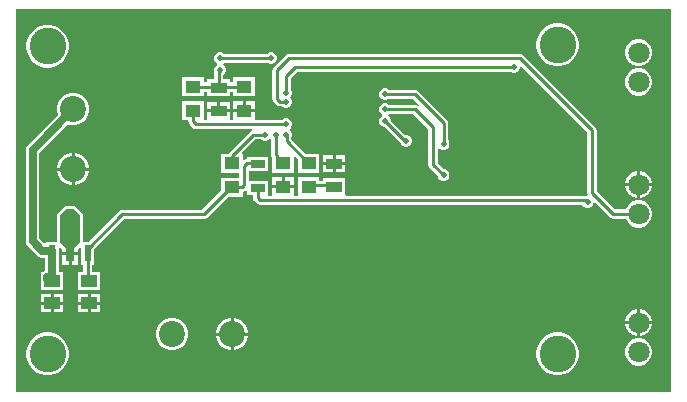
<source format=gbl>
G04*
G04 #@! TF.GenerationSoftware,Altium Limited,Altium Designer,22.1.2 (22)*
G04*
G04 Layer_Physical_Order=2*
G04 Layer_Color=16711680*
%FSLAX44Y44*%
%MOMM*%
G71*
G04*
G04 #@! TF.SameCoordinates,4243E080-38CA-47FB-8023-FD6126139483*
G04*
G04*
G04 #@! TF.FilePolarity,Positive*
G04*
G01*
G75*
%ADD15R,1.3000X1.1000*%
%ADD45C,0.6350*%
%ADD46C,0.2540*%
%ADD49C,1.8000*%
%ADD50C,2.2000*%
%ADD51C,3.1000*%
%ADD52C,0.5000*%
%ADD53R,1.4000X0.9000*%
%ADD54R,1.3000X0.7000*%
%ADD55R,1.4000X1.0000*%
%ADD56R,0.6000X1.4000*%
%ADD57R,0.8000X1.4750*%
G36*
X557225Y2845D02*
X2845D01*
Y327155D01*
X557225D01*
Y2845D01*
D02*
G37*
%LPC*%
G36*
X219443Y290790D02*
X217437D01*
X215585Y290023D01*
X215197Y289635D01*
X178503D01*
X178115Y290023D01*
X176262Y290790D01*
X174258D01*
X172405Y290023D01*
X170987Y288605D01*
X170220Y286752D01*
Y284748D01*
X170987Y282895D01*
X172405Y281477D01*
X172695Y281357D01*
Y279983D01*
X172405Y279863D01*
X170987Y278445D01*
X170220Y276593D01*
Y274587D01*
X170268Y274472D01*
X170105Y273654D01*
Y267978D01*
X164450D01*
Y265345D01*
X161440D01*
Y269500D01*
X143360D01*
Y253420D01*
X161440D01*
Y257575D01*
X164450D01*
Y253898D01*
X183530D01*
Y257597D01*
X186540D01*
Y253420D01*
X204620D01*
Y269500D01*
X186540D01*
Y265367D01*
X183530D01*
Y267978D01*
X177875D01*
Y271218D01*
X178115Y271317D01*
X179533Y272735D01*
X180300Y274587D01*
Y276593D01*
X179533Y278445D01*
X178210Y279767D01*
X178122Y280749D01*
X178125Y281156D01*
X178885Y281865D01*
X215197D01*
X215585Y281477D01*
X217437Y280710D01*
X219443D01*
X221295Y281477D01*
X222713Y282895D01*
X223480Y284748D01*
Y286752D01*
X222713Y288605D01*
X221295Y290023D01*
X219443Y290790D01*
D02*
G37*
G36*
X462787Y315220D02*
X459233D01*
X455748Y314527D01*
X452465Y313167D01*
X449510Y311193D01*
X446997Y308680D01*
X445023Y305725D01*
X443663Y302442D01*
X442970Y298957D01*
Y295403D01*
X443663Y291918D01*
X445023Y288635D01*
X446997Y285680D01*
X449510Y283167D01*
X452465Y281193D01*
X455748Y279833D01*
X459233Y279140D01*
X462787D01*
X466272Y279833D01*
X469555Y281193D01*
X472510Y283167D01*
X475023Y285680D01*
X476997Y288635D01*
X478357Y291918D01*
X479050Y295403D01*
Y298957D01*
X478357Y302442D01*
X476997Y305725D01*
X475023Y308680D01*
X472510Y311193D01*
X469555Y313167D01*
X466272Y314527D01*
X462787Y315220D01*
D02*
G37*
G36*
X531109Y302170D02*
X528071D01*
X525136Y301383D01*
X522504Y299864D01*
X520356Y297716D01*
X518837Y295084D01*
X518050Y292149D01*
Y289111D01*
X518837Y286176D01*
X520356Y283544D01*
X522504Y281396D01*
X525136Y279876D01*
X528071Y279090D01*
X531109D01*
X534044Y279876D01*
X536676Y281396D01*
X538824Y283544D01*
X540344Y286176D01*
X541130Y289111D01*
Y292149D01*
X540344Y295084D01*
X538824Y297716D01*
X536676Y299864D01*
X534044Y301383D01*
X531109Y302170D01*
D02*
G37*
G36*
X30987Y313950D02*
X27433D01*
X23948Y313257D01*
X20665Y311897D01*
X17710Y309923D01*
X15197Y307410D01*
X13223Y304455D01*
X11863Y301172D01*
X11170Y297687D01*
Y294133D01*
X11863Y290648D01*
X13223Y287365D01*
X15197Y284410D01*
X17710Y281897D01*
X20665Y279923D01*
X23948Y278563D01*
X27433Y277870D01*
X30987D01*
X34472Y278563D01*
X37755Y279923D01*
X40710Y281897D01*
X43223Y284410D01*
X45197Y287365D01*
X46557Y290648D01*
X47250Y294133D01*
Y297687D01*
X46557Y301172D01*
X45197Y304455D01*
X43223Y307410D01*
X40710Y309923D01*
X37755Y311897D01*
X34472Y313257D01*
X30987Y313950D01*
D02*
G37*
G36*
X531109Y277170D02*
X528071D01*
X525136Y276383D01*
X522504Y274864D01*
X520356Y272716D01*
X518837Y270084D01*
X518050Y267149D01*
Y264111D01*
X518837Y261176D01*
X520356Y258544D01*
X522504Y256396D01*
X525136Y254876D01*
X528071Y254090D01*
X531109D01*
X534044Y254876D01*
X536676Y256396D01*
X538824Y258544D01*
X540344Y261176D01*
X541130Y264111D01*
Y267149D01*
X540344Y270084D01*
X538824Y272716D01*
X536676Y274864D01*
X534044Y276383D01*
X531109Y277170D01*
D02*
G37*
G36*
X315963Y260310D02*
X313958D01*
X312105Y259543D01*
X310687Y258125D01*
X310152Y256833D01*
X310101Y256757D01*
X310083Y256666D01*
X309920Y256273D01*
Y255846D01*
X309805Y255270D01*
X309920Y254694D01*
Y254268D01*
X310083Y253874D01*
X310101Y253783D01*
X310152Y253707D01*
X310687Y252415D01*
X312105Y250997D01*
X313958Y250230D01*
X315963D01*
X317815Y250997D01*
X318203Y251385D01*
X338751D01*
X343665Y246471D01*
X342855Y245485D01*
X341847Y246159D01*
X340360Y246455D01*
X318203D01*
X317815Y246843D01*
X315963Y247610D01*
X313958D01*
X312105Y246843D01*
X310687Y245425D01*
X309920Y243573D01*
Y241567D01*
X310687Y239715D01*
X312105Y238297D01*
X312395Y238177D01*
Y236803D01*
X312105Y236683D01*
X310687Y235265D01*
X309920Y233412D01*
Y231408D01*
X310687Y229555D01*
X312105Y228137D01*
X313958Y227370D01*
X314506D01*
X328210Y213666D01*
X328467Y213045D01*
X329885Y211627D01*
X331738Y210860D01*
X333742D01*
X335595Y211627D01*
X337013Y213045D01*
X337780Y214897D01*
Y216903D01*
X337013Y218755D01*
X335595Y220173D01*
X333742Y220940D01*
X331924D01*
X320000Y232864D01*
Y233412D01*
X319233Y235265D01*
X317910Y236587D01*
X317822Y237569D01*
X317825Y237976D01*
X318585Y238685D01*
X338751D01*
X351715Y225721D01*
Y195580D01*
X352011Y194093D01*
X352853Y192833D01*
X359450Y186236D01*
Y185688D01*
X360217Y183835D01*
X361635Y182417D01*
X363488Y181650D01*
X365493D01*
X367345Y182417D01*
X368763Y183835D01*
X369530Y185688D01*
Y187693D01*
X368763Y189545D01*
X367345Y190963D01*
X365493Y191730D01*
X364944D01*
X359485Y197189D01*
Y209442D01*
X360755Y209968D01*
X361635Y209087D01*
X363488Y208320D01*
X365493D01*
X367345Y209087D01*
X368763Y210505D01*
X369530Y212358D01*
Y214363D01*
X368763Y216215D01*
X368375Y216603D01*
Y231140D01*
X368079Y232627D01*
X367237Y233887D01*
X343107Y258017D01*
X341847Y258859D01*
X340360Y259155D01*
X318203D01*
X317815Y259543D01*
X315963Y260310D01*
D02*
G37*
G36*
X204620Y249500D02*
X196850D01*
Y242730D01*
X204620D01*
Y249500D01*
D02*
G37*
G36*
X194310D02*
X186540D01*
Y242730D01*
X194310D01*
Y249500D01*
D02*
G37*
G36*
X183530Y248478D02*
X175260D01*
Y242708D01*
X183530D01*
Y248478D01*
D02*
G37*
G36*
X172720D02*
X164450D01*
Y242708D01*
X172720D01*
Y248478D01*
D02*
G37*
G36*
X281320Y203480D02*
X273050D01*
Y197710D01*
X281320D01*
Y203480D01*
D02*
G37*
G36*
X270510D02*
X262240D01*
Y197710D01*
X270510D01*
Y203480D01*
D02*
G37*
G36*
X52583Y205310D02*
X52070D01*
Y193040D01*
X64340D01*
Y193553D01*
X63417Y196996D01*
X61635Y200084D01*
X59114Y202605D01*
X56026Y204387D01*
X52583Y205310D01*
D02*
G37*
G36*
X49530D02*
X49017D01*
X45574Y204387D01*
X42486Y202605D01*
X39965Y200084D01*
X38183Y196996D01*
X37260Y193553D01*
Y193040D01*
X49530D01*
Y205310D01*
D02*
G37*
G36*
X281320Y195170D02*
X273050D01*
Y189400D01*
X281320D01*
Y195170D01*
D02*
G37*
G36*
X270510D02*
X262240D01*
Y189400D01*
X270510D01*
Y195170D01*
D02*
G37*
G36*
X429260Y289635D02*
X233680D01*
X232193Y289339D01*
X230933Y288497D01*
X220773Y278337D01*
X219931Y277077D01*
X219635Y275590D01*
Y251460D01*
X219931Y249973D01*
X220773Y248713D01*
X223313Y246173D01*
X224573Y245331D01*
X226060Y245035D01*
X227897D01*
X228285Y244647D01*
X230138Y243880D01*
X232143D01*
X233995Y244647D01*
X235413Y246065D01*
X236180Y247917D01*
Y249923D01*
X235413Y251775D01*
X234458Y252730D01*
X235413Y253685D01*
X236180Y255537D01*
Y257542D01*
X235413Y259395D01*
X235025Y259783D01*
Y268901D01*
X240369Y274245D01*
X420937D01*
X421325Y273857D01*
X423177Y273090D01*
X425182D01*
X427035Y273857D01*
X428453Y275275D01*
X429220Y277127D01*
Y278500D01*
X430490Y279026D01*
X486335Y223181D01*
Y171450D01*
X486596Y170140D01*
X486541Y169996D01*
X485456Y169194D01*
X483970Y169489D01*
X282420D01*
X281320Y169900D01*
Y183980D01*
X262240D01*
Y182005D01*
X259230D01*
Y185002D01*
X241150D01*
Y169489D01*
X237640D01*
Y175692D01*
X219560D01*
Y169489D01*
X217150D01*
X216050Y169900D01*
Y181980D01*
X199465D01*
Y190400D01*
X216050D01*
Y202480D01*
X197970D01*
Y200705D01*
X196633Y200439D01*
X195730Y199835D01*
X194460Y200342D01*
Y204730D01*
X194103D01*
X193617Y205903D01*
X204809Y217095D01*
X210117D01*
X210505Y216707D01*
X212358Y215940D01*
X214363D01*
X216215Y216707D01*
X216975Y217468D01*
X217134Y217572D01*
X218365Y217062D01*
Y204310D01*
X218661Y202823D01*
X219503Y201563D01*
X219560Y201506D01*
Y188922D01*
X237640D01*
Y202517D01*
X238813Y203003D01*
X241150Y200666D01*
Y188922D01*
X259230D01*
Y205002D01*
X247802D01*
X235495Y217308D01*
Y218325D01*
X236180Y219977D01*
Y221982D01*
X235413Y223835D01*
X234652Y224595D01*
X234108Y225425D01*
X234652Y226255D01*
X235413Y227015D01*
X236180Y228867D01*
Y230872D01*
X235413Y232725D01*
X233995Y234143D01*
X232143Y234910D01*
X230138D01*
X228285Y234143D01*
X227897Y233755D01*
X204620D01*
Y240190D01*
X186540D01*
Y233755D01*
X184534D01*
X183530Y234398D01*
X183530Y235025D01*
Y240168D01*
X173990D01*
X164450D01*
Y235025D01*
X164450Y234398D01*
X163447Y233755D01*
X161440D01*
Y249500D01*
X143360D01*
Y233420D01*
X148515D01*
Y232410D01*
X148811Y230923D01*
X149653Y229663D01*
X152193Y227123D01*
X153453Y226281D01*
X154940Y225985D01*
X202324D01*
X202449Y224715D01*
X201713Y224569D01*
X200453Y223727D01*
X182673Y205947D01*
X181860Y204730D01*
X176380D01*
Y188650D01*
X191695D01*
Y184730D01*
X176380D01*
Y174144D01*
X159791Y157555D01*
X92393D01*
X90906Y157259D01*
X89646Y156417D01*
X63292Y130063D01*
X59266D01*
X59232Y130105D01*
Y153105D01*
X59035Y154096D01*
X58473Y154936D01*
X58473Y154936D01*
X53473Y159936D01*
X52633Y160498D01*
X51642Y160695D01*
X44642D01*
X43651Y160498D01*
X42811Y159936D01*
X37811Y154936D01*
X37249Y154096D01*
X37052Y153105D01*
Y130105D01*
X37018Y130063D01*
X27734D01*
Y129532D01*
X26464Y129006D01*
X22337Y133133D01*
Y205866D01*
X46244Y229773D01*
X49017Y229030D01*
X52583D01*
X56026Y229953D01*
X59114Y231735D01*
X61635Y234256D01*
X63417Y237344D01*
X64340Y240787D01*
Y244353D01*
X63417Y247796D01*
X61635Y250884D01*
X59114Y253405D01*
X56026Y255187D01*
X52583Y256110D01*
X49017D01*
X45574Y255187D01*
X42486Y253405D01*
X39965Y250884D01*
X38183Y247796D01*
X37260Y244353D01*
Y240787D01*
X38003Y238014D01*
X12390Y212400D01*
X11127Y210510D01*
X10683Y208280D01*
Y130720D01*
X11127Y128490D01*
X12390Y126600D01*
X20361Y118628D01*
X22252Y117365D01*
X24481Y116921D01*
X27320D01*
Y106159D01*
X26965Y106088D01*
X25075Y104825D01*
X24804Y104420D01*
X23480D01*
Y101268D01*
X23368Y100705D01*
Y98705D01*
X23480Y98142D01*
Y89340D01*
X42560D01*
Y104420D01*
X38974D01*
Y119885D01*
X39101Y120523D01*
Y122573D01*
X38814Y124016D01*
Y125611D01*
X39987Y126097D01*
X41720Y124365D01*
Y122047D01*
X54800D01*
Y124600D01*
X56533Y126333D01*
X57706Y125847D01*
Y110983D01*
X59361D01*
Y104420D01*
X54970D01*
Y89340D01*
X74050D01*
Y104420D01*
X67131D01*
Y110983D01*
X68786D01*
Y124569D01*
X94002Y149785D01*
X161400D01*
X162887Y150081D01*
X164147Y150923D01*
X181874Y168650D01*
X194460D01*
Y172878D01*
X195579Y173101D01*
X196700Y173850D01*
X197656Y173605D01*
X197970Y173475D01*
Y169900D01*
X203125D01*
Y167640D01*
X203421Y166153D01*
X204263Y164893D01*
X206299Y162858D01*
X207559Y162016D01*
X209045Y161720D01*
X481829D01*
X482137Y160975D01*
X483555Y159557D01*
X485407Y158790D01*
X487412D01*
X489265Y159557D01*
X490683Y160975D01*
X491450Y162827D01*
Y163067D01*
X492623Y163553D01*
X505053Y151123D01*
X506313Y150281D01*
X507800Y149985D01*
X518684D01*
X518837Y149416D01*
X520356Y146784D01*
X522504Y144636D01*
X525136Y143117D01*
X528071Y142330D01*
X531109D01*
X534044Y143117D01*
X536676Y144636D01*
X538824Y146784D01*
X540344Y149416D01*
X541130Y152351D01*
Y155389D01*
X540344Y158324D01*
X538824Y160956D01*
X536676Y163104D01*
X534044Y164624D01*
X531109Y165410D01*
X528071D01*
X525136Y164624D01*
X522504Y163104D01*
X520356Y160956D01*
X518837Y158324D01*
X518684Y157755D01*
X509409D01*
X494105Y173059D01*
Y224790D01*
X493809Y226277D01*
X492967Y227537D01*
X432007Y288497D01*
X430747Y289339D01*
X429260Y289635D01*
D02*
G37*
G36*
X531109Y190410D02*
X530860D01*
Y180140D01*
X541130D01*
Y180389D01*
X540344Y183324D01*
X538824Y185956D01*
X536676Y188104D01*
X534044Y189624D01*
X531109Y190410D01*
D02*
G37*
G36*
X528320D02*
X528071D01*
X525136Y189624D01*
X522504Y188104D01*
X520356Y185956D01*
X518837Y183324D01*
X518050Y180389D01*
Y180140D01*
X528320D01*
Y190410D01*
D02*
G37*
G36*
X237640Y185002D02*
X229870D01*
Y178232D01*
X237640D01*
Y185002D01*
D02*
G37*
G36*
X227330D02*
X219560D01*
Y178232D01*
X227330D01*
Y185002D01*
D02*
G37*
G36*
X64340Y190500D02*
X52070D01*
Y178230D01*
X52583D01*
X56026Y179153D01*
X59114Y180935D01*
X61635Y183456D01*
X63417Y186544D01*
X64340Y189987D01*
Y190500D01*
D02*
G37*
G36*
X49530D02*
X37260D01*
Y189987D01*
X38183Y186544D01*
X39965Y183456D01*
X42486Y180935D01*
X45574Y179153D01*
X49017Y178230D01*
X49530D01*
Y190500D01*
D02*
G37*
G36*
X541130Y177600D02*
X530860D01*
Y167330D01*
X531109D01*
X534044Y168116D01*
X536676Y169636D01*
X538824Y171784D01*
X540344Y174416D01*
X541130Y177351D01*
Y177600D01*
D02*
G37*
G36*
X528320D02*
X518050D01*
Y177351D01*
X518837Y174416D01*
X520356Y171784D01*
X522504Y169636D01*
X525136Y168116D01*
X528071Y167330D01*
X528320D01*
Y177600D01*
D02*
G37*
G36*
X54800Y119507D02*
X49530D01*
Y110862D01*
X54800D01*
Y119507D01*
D02*
G37*
G36*
X46990D02*
X41720D01*
Y110862D01*
X46990D01*
Y119507D01*
D02*
G37*
G36*
X74050Y85920D02*
X65780D01*
Y79650D01*
X74050D01*
Y85920D01*
D02*
G37*
G36*
X63240D02*
X54970D01*
Y79650D01*
X63240D01*
Y85920D01*
D02*
G37*
G36*
X42560Y85920D02*
X34290D01*
Y79650D01*
X42560D01*
Y85920D01*
D02*
G37*
G36*
X31750D02*
X23480D01*
Y79650D01*
X31750D01*
Y85920D01*
D02*
G37*
G36*
X74050Y77110D02*
X65780D01*
Y70840D01*
X74050D01*
Y77110D01*
D02*
G37*
G36*
X63240D02*
X54970D01*
Y70840D01*
X63240D01*
Y77110D01*
D02*
G37*
G36*
X42560Y77110D02*
X34290D01*
Y70840D01*
X42560D01*
Y77110D01*
D02*
G37*
G36*
X31750D02*
X23480D01*
Y70840D01*
X31750D01*
Y77110D01*
D02*
G37*
G36*
X531109Y73570D02*
X530860D01*
Y63300D01*
X541130D01*
Y63549D01*
X540344Y66484D01*
X538824Y69116D01*
X536676Y71264D01*
X534044Y72783D01*
X531109Y73570D01*
D02*
G37*
G36*
X528320D02*
X528071D01*
X525136Y72783D01*
X522504Y71264D01*
X520356Y69116D01*
X518837Y66484D01*
X518050Y63549D01*
Y63300D01*
X528320D01*
Y73570D01*
D02*
G37*
G36*
X187203Y65610D02*
X186690D01*
Y53340D01*
X198960D01*
Y53853D01*
X198037Y57296D01*
X196255Y60384D01*
X193734Y62905D01*
X190646Y64687D01*
X187203Y65610D01*
D02*
G37*
G36*
X184150D02*
X183637D01*
X180194Y64687D01*
X177106Y62905D01*
X174585Y60384D01*
X172803Y57296D01*
X171880Y53853D01*
Y53340D01*
X184150D01*
Y65610D01*
D02*
G37*
G36*
X541130Y60760D02*
X530860D01*
Y50490D01*
X531109D01*
X534044Y51276D01*
X536676Y52796D01*
X538824Y54944D01*
X540344Y57576D01*
X541130Y60511D01*
Y60760D01*
D02*
G37*
G36*
X528320D02*
X518050D01*
Y60511D01*
X518837Y57576D01*
X520356Y54944D01*
X522504Y52796D01*
X525136Y51276D01*
X528071Y50490D01*
X528320D01*
Y60760D01*
D02*
G37*
G36*
X198960Y50800D02*
X186690D01*
Y38530D01*
X187203D01*
X190646Y39453D01*
X193734Y41235D01*
X196255Y43756D01*
X198037Y46844D01*
X198960Y50287D01*
Y50800D01*
D02*
G37*
G36*
X184150D02*
X171880D01*
Y50287D01*
X172803Y46844D01*
X174585Y43756D01*
X177106Y41235D01*
X180194Y39453D01*
X183637Y38530D01*
X184150D01*
Y50800D01*
D02*
G37*
G36*
X136403Y65610D02*
X132837D01*
X129394Y64687D01*
X126306Y62905D01*
X123785Y60384D01*
X122003Y57296D01*
X121080Y53853D01*
Y50287D01*
X122003Y46844D01*
X123785Y43756D01*
X126306Y41235D01*
X129394Y39453D01*
X132837Y38530D01*
X136403D01*
X139846Y39453D01*
X142934Y41235D01*
X145455Y43756D01*
X147237Y46844D01*
X148160Y50287D01*
Y53853D01*
X147237Y57296D01*
X145455Y60384D01*
X142934Y62905D01*
X139846Y64687D01*
X136403Y65610D01*
D02*
G37*
G36*
X531109Y48570D02*
X528071D01*
X525136Y47783D01*
X522504Y46264D01*
X520356Y44116D01*
X518837Y41484D01*
X518050Y38549D01*
Y35511D01*
X518837Y32576D01*
X520356Y29944D01*
X522504Y27796D01*
X525136Y26277D01*
X528071Y25490D01*
X531109D01*
X534044Y26277D01*
X536676Y27796D01*
X538824Y29944D01*
X540344Y32576D01*
X541130Y35511D01*
Y38549D01*
X540344Y41484D01*
X538824Y44116D01*
X536676Y46264D01*
X534044Y47783D01*
X531109Y48570D01*
D02*
G37*
G36*
X462787Y53600D02*
X459233D01*
X455748Y52907D01*
X452465Y51547D01*
X449510Y49573D01*
X446997Y47060D01*
X445023Y44105D01*
X443663Y40822D01*
X442970Y37337D01*
Y33783D01*
X443663Y30298D01*
X445023Y27015D01*
X446997Y24060D01*
X449510Y21547D01*
X452465Y19573D01*
X455748Y18213D01*
X459233Y17520D01*
X462787D01*
X466272Y18213D01*
X469555Y19573D01*
X472510Y21547D01*
X475023Y24060D01*
X476997Y27015D01*
X478357Y30298D01*
X479050Y33783D01*
Y37337D01*
X478357Y40822D01*
X476997Y44105D01*
X475023Y47060D01*
X472510Y49573D01*
X469555Y51547D01*
X466272Y52907D01*
X462787Y53600D01*
D02*
G37*
G36*
X30987D02*
X27433D01*
X23948Y52907D01*
X20665Y51547D01*
X17710Y49573D01*
X15197Y47060D01*
X13223Y44105D01*
X11863Y40822D01*
X11170Y37337D01*
Y33783D01*
X11863Y30298D01*
X13223Y27015D01*
X15197Y24060D01*
X17710Y21547D01*
X20665Y19573D01*
X23948Y18213D01*
X27433Y17520D01*
X30987D01*
X34472Y18213D01*
X37755Y19573D01*
X40710Y21547D01*
X43223Y24060D01*
X45197Y27015D01*
X46557Y30298D01*
X47250Y33783D01*
Y37337D01*
X46557Y40822D01*
X45197Y44105D01*
X43223Y47060D01*
X40710Y49573D01*
X37755Y51547D01*
X34472Y52907D01*
X30987Y53600D01*
D02*
G37*
%LPD*%
G36*
X56642Y153105D02*
Y130105D01*
X51642Y125105D01*
X44642D01*
X39642Y130105D01*
Y153105D01*
X44642Y158105D01*
X51642D01*
X56642Y153105D01*
D02*
G37*
D15*
X195580Y241460D02*
D03*
Y261460D02*
D03*
X152400Y261460D02*
D03*
Y241460D02*
D03*
X250190Y196962D02*
D03*
Y176962D02*
D03*
X228600Y176962D02*
D03*
Y196962D02*
D03*
X185420Y176690D02*
D03*
Y196690D02*
D03*
D45*
X16510Y130720D02*
X24481Y122748D01*
X33099D01*
X33274Y120523D02*
Y122573D01*
X33099Y122748D02*
X33274Y122573D01*
X16510Y130720D02*
Y208280D01*
X29195Y98705D02*
Y100705D01*
Y98705D02*
X31020Y96880D01*
X33020D01*
X33147Y97007D01*
Y120396D02*
X33274Y120523D01*
X33147Y97007D02*
Y120396D01*
X16510Y208280D02*
X50800Y242570D01*
D46*
X332269Y216371D02*
X332740Y215900D01*
X314960Y232410D02*
X330999Y216371D01*
X332269D01*
X207010Y167640D02*
X209045Y165605D01*
X485744Y163830D02*
X486410D01*
X483970Y165605D02*
X485744Y163830D01*
X209045Y165605D02*
X483970D01*
X207010Y167640D02*
Y176530D01*
X340360Y242570D02*
X355600Y227330D01*
X314960Y242570D02*
X340360D01*
X355600Y195580D02*
Y227330D01*
Y195580D02*
X364490Y186690D01*
X203200Y220980D02*
X213360D01*
X185420Y203200D02*
X203200Y220980D01*
X185420Y196690D02*
Y203200D01*
X173990Y261482D02*
Y273654D01*
X175260Y274924D01*
Y275590D01*
X63246Y98144D02*
X64510Y96880D01*
X63246Y98144D02*
Y120523D01*
Y124523D02*
X92393Y153670D01*
X63246Y120523D02*
Y124523D01*
X92393Y153670D02*
X161400D01*
X184420Y176690D02*
X185420D01*
X161400Y153670D02*
X184420Y176690D01*
X206830Y196850D02*
X207010Y197030D01*
X198120Y196850D02*
X206830D01*
X194092Y176690D02*
X195580Y178178D01*
X185420Y176690D02*
X194092D01*
X195580Y178178D02*
Y194310D01*
X198120Y196850D01*
X223370Y202190D02*
Y203190D01*
X222250Y204310D02*
X223370Y203190D01*
X227600Y197960D02*
X228600D01*
X223370Y202190D02*
X227600Y197960D01*
X222250Y204310D02*
Y220980D01*
X231611Y215699D02*
Y220509D01*
Y215699D02*
X249190Y198120D01*
X231140Y220980D02*
X231611Y220509D01*
X249190Y198120D02*
X250190D01*
Y178120D02*
X271690D01*
X271780Y178210D01*
X173990Y261482D02*
X175840D01*
X175260Y285750D02*
X218440D01*
X175840Y261482D02*
X195558D01*
X154940Y229870D02*
X231140D01*
X152400Y232410D02*
X154940Y229870D01*
X152400Y232410D02*
Y241460D01*
X195558Y261482D02*
X195580Y261460D01*
X173968Y261460D02*
X173990Y261482D01*
X152400Y261460D02*
X173968D01*
X238760Y278130D02*
X424180D01*
X231140Y270510D02*
X238760Y278130D01*
X231140Y256540D02*
Y270510D01*
X223520Y251460D02*
X226060Y248920D01*
X231140D01*
X223520Y251460D02*
Y275590D01*
X233680Y285750D01*
X490220Y171450D02*
X507800Y153870D01*
X529590D01*
X490220Y171450D02*
Y224790D01*
X233680Y285750D02*
X429260D01*
X490220Y224790D01*
X314960Y255270D02*
X340360D01*
X313690D02*
X314960D01*
X340360D02*
X364490Y231140D01*
Y213360D02*
Y231140D01*
D49*
X529590Y37030D02*
D03*
Y62030D02*
D03*
Y153870D02*
D03*
Y178870D02*
D03*
Y265630D02*
D03*
Y290630D02*
D03*
D50*
X50800Y242570D02*
D03*
Y191770D02*
D03*
X134620Y52070D02*
D03*
X185420D02*
D03*
D51*
X461010Y35560D02*
D03*
Y297180D02*
D03*
X29210Y295910D02*
D03*
Y35560D02*
D03*
D52*
X332740Y215900D02*
D03*
X314960Y232410D02*
D03*
Y242570D02*
D03*
X364490Y186690D02*
D03*
X213360Y220980D02*
D03*
X175260Y275590D02*
D03*
X486410Y163830D02*
D03*
X222250Y220980D02*
D03*
X231140D02*
D03*
X175260Y285750D02*
D03*
X231140Y229870D02*
D03*
X424180Y278130D02*
D03*
X231140Y256540D02*
D03*
Y248920D02*
D03*
X218440Y285750D02*
D03*
X314960Y255270D02*
D03*
X364490Y213360D02*
D03*
D53*
X173990Y260938D02*
D03*
Y241438D02*
D03*
X271780Y196440D02*
D03*
Y176940D02*
D03*
D54*
X207010Y196440D02*
D03*
Y175940D02*
D03*
D55*
X33020Y78380D02*
D03*
Y96880D02*
D03*
X64510Y96880D02*
D03*
Y78380D02*
D03*
D56*
X33274Y120523D02*
D03*
X63246D02*
D03*
D57*
X48260Y120777D02*
D03*
M02*

</source>
